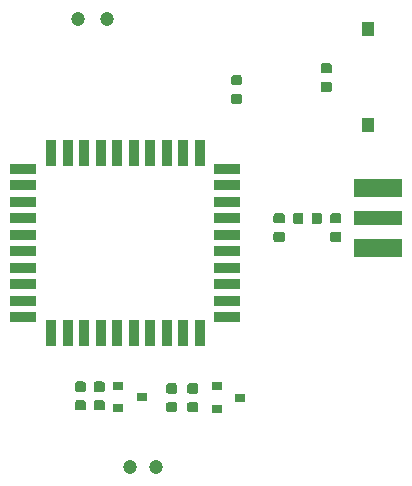
<source format=gbr>
G04 #@! TF.GenerationSoftware,KiCad,Pcbnew,5.99.0-unknown-d20d310~86~ubuntu18.04.1*
G04 #@! TF.CreationDate,2019-12-20T15:33:37-05:00*
G04 #@! TF.ProjectId,me3616_module_board,6d653336-3136-45f6-9d6f-64756c655f62,rev?*
G04 #@! TF.SameCoordinates,Original*
G04 #@! TF.FileFunction,Paste,Top*
G04 #@! TF.FilePolarity,Positive*
%FSLAX46Y46*%
G04 Gerber Fmt 4.6, Leading zero omitted, Abs format (unit mm)*
G04 Created by KiCad (PCBNEW 5.99.0-unknown-d20d310~86~ubuntu18.04.1) date 2019-12-20 15:33:37*
%MOMM*%
%LPD*%
G04 APERTURE LIST*
%ADD10R,1.000000X1.200000*%
%ADD11R,0.920000X2.300000*%
%ADD12R,2.300000X0.920000*%
%ADD13C,1.200000*%
%ADD14R,0.900000X0.800000*%
%ADD15R,4.064000X1.524000*%
%ADD16R,4.064000X1.270000*%
G04 APERTURE END LIST*
G36*
X146139962Y-87366651D02*
G01*
X146210930Y-87414070D01*
X146258349Y-87485038D01*
X146275000Y-87568750D01*
X146275000Y-88006250D01*
X146258349Y-88089962D01*
X146210930Y-88160930D01*
X146139962Y-88208349D01*
X146056250Y-88225000D01*
X145543750Y-88225000D01*
X145460038Y-88208349D01*
X145389070Y-88160930D01*
X145341651Y-88089962D01*
X145325000Y-88006250D01*
X145325000Y-87568750D01*
X145341651Y-87485038D01*
X145389070Y-87414070D01*
X145460038Y-87366651D01*
X145543750Y-87350000D01*
X146056250Y-87350000D01*
X146139962Y-87366651D01*
G37*
G36*
X146139962Y-85791651D02*
G01*
X146210930Y-85839070D01*
X146258349Y-85910038D01*
X146275000Y-85993750D01*
X146275000Y-86431250D01*
X146258349Y-86514962D01*
X146210930Y-86585930D01*
X146139962Y-86633349D01*
X146056250Y-86650000D01*
X145543750Y-86650000D01*
X145460038Y-86633349D01*
X145389070Y-86585930D01*
X145341651Y-86514962D01*
X145325000Y-86431250D01*
X145325000Y-85993750D01*
X145341651Y-85910038D01*
X145389070Y-85839070D01*
X145460038Y-85791651D01*
X145543750Y-85775000D01*
X146056250Y-85775000D01*
X146139962Y-85791651D01*
G37*
D10*
X156950000Y-81860000D03*
X156950000Y-90040000D03*
D11*
X130100000Y-92350000D03*
X131500000Y-92350000D03*
X132900000Y-92350000D03*
X134300000Y-92350000D03*
X135700000Y-92350000D03*
X137100000Y-92350000D03*
X138500000Y-92350000D03*
X139900000Y-92350000D03*
X141300000Y-92350000D03*
D12*
X145000000Y-93700000D03*
X145000000Y-95100000D03*
X145000000Y-96500000D03*
X145000000Y-97900000D03*
X145000000Y-99300000D03*
X145000000Y-100700000D03*
X145000000Y-102100000D03*
X145000000Y-103500000D03*
X145000000Y-104900000D03*
D11*
X142700000Y-107600000D03*
X141300000Y-107600000D03*
X139900000Y-107600000D03*
X138500000Y-107600000D03*
X137100000Y-107600000D03*
X135700000Y-107600000D03*
X134300000Y-107600000D03*
X132900000Y-107600000D03*
X131500000Y-107600000D03*
X142700000Y-92350000D03*
X130100000Y-107600000D03*
D12*
X145000000Y-106300000D03*
X127750000Y-106300000D03*
X127750000Y-104900000D03*
X127750000Y-103500000D03*
X127750000Y-102100000D03*
X127750000Y-100700000D03*
X127750000Y-99300000D03*
X127750000Y-97900000D03*
X127750000Y-96500000D03*
X127750000Y-95100000D03*
X127750000Y-93700000D03*
D13*
X139000000Y-119000000D03*
X134800000Y-81000000D03*
X136800000Y-119000000D03*
X132400000Y-81000000D03*
G36*
X134521212Y-111741651D02*
G01*
X134592180Y-111789070D01*
X134639599Y-111860038D01*
X134656250Y-111943750D01*
X134656250Y-112381250D01*
X134639599Y-112464962D01*
X134592180Y-112535930D01*
X134521212Y-112583349D01*
X134437500Y-112600000D01*
X133925000Y-112600000D01*
X133841288Y-112583349D01*
X133770320Y-112535930D01*
X133722901Y-112464962D01*
X133706250Y-112381250D01*
X133706250Y-111943750D01*
X133722901Y-111860038D01*
X133770320Y-111789070D01*
X133841288Y-111741651D01*
X133925000Y-111725000D01*
X134437500Y-111725000D01*
X134521212Y-111741651D01*
G37*
G36*
X134521212Y-113316651D02*
G01*
X134592180Y-113364070D01*
X134639599Y-113435038D01*
X134656250Y-113518750D01*
X134656250Y-113956250D01*
X134639599Y-114039962D01*
X134592180Y-114110930D01*
X134521212Y-114158349D01*
X134437500Y-114175000D01*
X133925000Y-114175000D01*
X133841288Y-114158349D01*
X133770320Y-114110930D01*
X133722901Y-114039962D01*
X133706250Y-113956250D01*
X133706250Y-113518750D01*
X133722901Y-113435038D01*
X133770320Y-113364070D01*
X133841288Y-113316651D01*
X133925000Y-113300000D01*
X134437500Y-113300000D01*
X134521212Y-113316651D01*
G37*
G36*
X132921212Y-113316651D02*
G01*
X132992180Y-113364070D01*
X133039599Y-113435038D01*
X133056250Y-113518750D01*
X133056250Y-113956250D01*
X133039599Y-114039962D01*
X132992180Y-114110930D01*
X132921212Y-114158349D01*
X132837500Y-114175000D01*
X132325000Y-114175000D01*
X132241288Y-114158349D01*
X132170320Y-114110930D01*
X132122901Y-114039962D01*
X132106250Y-113956250D01*
X132106250Y-113518750D01*
X132122901Y-113435038D01*
X132170320Y-113364070D01*
X132241288Y-113316651D01*
X132325000Y-113300000D01*
X132837500Y-113300000D01*
X132921212Y-113316651D01*
G37*
G36*
X132921212Y-111741651D02*
G01*
X132992180Y-111789070D01*
X133039599Y-111860038D01*
X133056250Y-111943750D01*
X133056250Y-112381250D01*
X133039599Y-112464962D01*
X132992180Y-112535930D01*
X132921212Y-112583349D01*
X132837500Y-112600000D01*
X132325000Y-112600000D01*
X132241288Y-112583349D01*
X132170320Y-112535930D01*
X132122901Y-112464962D01*
X132106250Y-112381250D01*
X132106250Y-111943750D01*
X132122901Y-111860038D01*
X132170320Y-111789070D01*
X132241288Y-111741651D01*
X132325000Y-111725000D01*
X132837500Y-111725000D01*
X132921212Y-111741651D01*
G37*
G36*
X142439962Y-111891651D02*
G01*
X142510930Y-111939070D01*
X142558349Y-112010038D01*
X142575000Y-112093750D01*
X142575000Y-112531250D01*
X142558349Y-112614962D01*
X142510930Y-112685930D01*
X142439962Y-112733349D01*
X142356250Y-112750000D01*
X141843750Y-112750000D01*
X141760038Y-112733349D01*
X141689070Y-112685930D01*
X141641651Y-112614962D01*
X141625000Y-112531250D01*
X141625000Y-112093750D01*
X141641651Y-112010038D01*
X141689070Y-111939070D01*
X141760038Y-111891651D01*
X141843750Y-111875000D01*
X142356250Y-111875000D01*
X142439962Y-111891651D01*
G37*
G36*
X142439962Y-113466651D02*
G01*
X142510930Y-113514070D01*
X142558349Y-113585038D01*
X142575000Y-113668750D01*
X142575000Y-114106250D01*
X142558349Y-114189962D01*
X142510930Y-114260930D01*
X142439962Y-114308349D01*
X142356250Y-114325000D01*
X141843750Y-114325000D01*
X141760038Y-114308349D01*
X141689070Y-114260930D01*
X141641651Y-114189962D01*
X141625000Y-114106250D01*
X141625000Y-113668750D01*
X141641651Y-113585038D01*
X141689070Y-113514070D01*
X141760038Y-113466651D01*
X141843750Y-113450000D01*
X142356250Y-113450000D01*
X142439962Y-113466651D01*
G37*
G36*
X140639962Y-113466651D02*
G01*
X140710930Y-113514070D01*
X140758349Y-113585038D01*
X140775000Y-113668750D01*
X140775000Y-114106250D01*
X140758349Y-114189962D01*
X140710930Y-114260930D01*
X140639962Y-114308349D01*
X140556250Y-114325000D01*
X140043750Y-114325000D01*
X139960038Y-114308349D01*
X139889070Y-114260930D01*
X139841651Y-114189962D01*
X139825000Y-114106250D01*
X139825000Y-113668750D01*
X139841651Y-113585038D01*
X139889070Y-113514070D01*
X139960038Y-113466651D01*
X140043750Y-113450000D01*
X140556250Y-113450000D01*
X140639962Y-113466651D01*
G37*
G36*
X140639962Y-111891651D02*
G01*
X140710930Y-111939070D01*
X140758349Y-112010038D01*
X140775000Y-112093750D01*
X140775000Y-112531250D01*
X140758349Y-112614962D01*
X140710930Y-112685930D01*
X140639962Y-112733349D01*
X140556250Y-112750000D01*
X140043750Y-112750000D01*
X139960038Y-112733349D01*
X139889070Y-112685930D01*
X139841651Y-112614962D01*
X139825000Y-112531250D01*
X139825000Y-112093750D01*
X139841651Y-112010038D01*
X139889070Y-111939070D01*
X139960038Y-111891651D01*
X140043750Y-111875000D01*
X140556250Y-111875000D01*
X140639962Y-111891651D01*
G37*
G36*
X151314962Y-97441651D02*
G01*
X151385930Y-97489070D01*
X151433349Y-97560038D01*
X151450000Y-97643750D01*
X151450000Y-98156250D01*
X151433349Y-98239962D01*
X151385930Y-98310930D01*
X151314962Y-98358349D01*
X151231250Y-98375000D01*
X150793750Y-98375000D01*
X150710038Y-98358349D01*
X150639070Y-98310930D01*
X150591651Y-98239962D01*
X150575000Y-98156250D01*
X150575000Y-97643750D01*
X150591651Y-97560038D01*
X150639070Y-97489070D01*
X150710038Y-97441651D01*
X150793750Y-97425000D01*
X151231250Y-97425000D01*
X151314962Y-97441651D01*
G37*
G36*
X152889962Y-97441651D02*
G01*
X152960930Y-97489070D01*
X153008349Y-97560038D01*
X153025000Y-97643750D01*
X153025000Y-98156250D01*
X153008349Y-98239962D01*
X152960930Y-98310930D01*
X152889962Y-98358349D01*
X152806250Y-98375000D01*
X152368750Y-98375000D01*
X152285038Y-98358349D01*
X152214070Y-98310930D01*
X152166651Y-98239962D01*
X152150000Y-98156250D01*
X152150000Y-97643750D01*
X152166651Y-97560038D01*
X152214070Y-97489070D01*
X152285038Y-97441651D01*
X152368750Y-97425000D01*
X152806250Y-97425000D01*
X152889962Y-97441651D01*
G37*
D14*
X146100000Y-113100000D03*
X144100000Y-114050000D03*
X144100000Y-112150000D03*
X137781250Y-113050000D03*
X135781250Y-114000000D03*
X135781250Y-112100000D03*
D15*
X157768000Y-100440000D03*
X157768000Y-95360000D03*
D16*
X157768000Y-97900000D03*
G36*
X153739962Y-86366651D02*
G01*
X153810930Y-86414070D01*
X153858349Y-86485038D01*
X153875000Y-86568750D01*
X153875000Y-87006250D01*
X153858349Y-87089962D01*
X153810930Y-87160930D01*
X153739962Y-87208349D01*
X153656250Y-87225000D01*
X153143750Y-87225000D01*
X153060038Y-87208349D01*
X152989070Y-87160930D01*
X152941651Y-87089962D01*
X152925000Y-87006250D01*
X152925000Y-86568750D01*
X152941651Y-86485038D01*
X152989070Y-86414070D01*
X153060038Y-86366651D01*
X153143750Y-86350000D01*
X153656250Y-86350000D01*
X153739962Y-86366651D01*
G37*
G36*
X153739962Y-84791651D02*
G01*
X153810930Y-84839070D01*
X153858349Y-84910038D01*
X153875000Y-84993750D01*
X153875000Y-85431250D01*
X153858349Y-85514962D01*
X153810930Y-85585930D01*
X153739962Y-85633349D01*
X153656250Y-85650000D01*
X153143750Y-85650000D01*
X153060038Y-85633349D01*
X152989070Y-85585930D01*
X152941651Y-85514962D01*
X152925000Y-85431250D01*
X152925000Y-84993750D01*
X152941651Y-84910038D01*
X152989070Y-84839070D01*
X153060038Y-84791651D01*
X153143750Y-84775000D01*
X153656250Y-84775000D01*
X153739962Y-84791651D01*
G37*
G36*
X154539962Y-99066651D02*
G01*
X154610930Y-99114070D01*
X154658349Y-99185038D01*
X154675000Y-99268750D01*
X154675000Y-99706250D01*
X154658349Y-99789962D01*
X154610930Y-99860930D01*
X154539962Y-99908349D01*
X154456250Y-99925000D01*
X153943750Y-99925000D01*
X153860038Y-99908349D01*
X153789070Y-99860930D01*
X153741651Y-99789962D01*
X153725000Y-99706250D01*
X153725000Y-99268750D01*
X153741651Y-99185038D01*
X153789070Y-99114070D01*
X153860038Y-99066651D01*
X153943750Y-99050000D01*
X154456250Y-99050000D01*
X154539962Y-99066651D01*
G37*
G36*
X154539962Y-97491651D02*
G01*
X154610930Y-97539070D01*
X154658349Y-97610038D01*
X154675000Y-97693750D01*
X154675000Y-98131250D01*
X154658349Y-98214962D01*
X154610930Y-98285930D01*
X154539962Y-98333349D01*
X154456250Y-98350000D01*
X153943750Y-98350000D01*
X153860038Y-98333349D01*
X153789070Y-98285930D01*
X153741651Y-98214962D01*
X153725000Y-98131250D01*
X153725000Y-97693750D01*
X153741651Y-97610038D01*
X153789070Y-97539070D01*
X153860038Y-97491651D01*
X153943750Y-97475000D01*
X154456250Y-97475000D01*
X154539962Y-97491651D01*
G37*
G36*
X149739962Y-99066651D02*
G01*
X149810930Y-99114070D01*
X149858349Y-99185038D01*
X149875000Y-99268750D01*
X149875000Y-99706250D01*
X149858349Y-99789962D01*
X149810930Y-99860930D01*
X149739962Y-99908349D01*
X149656250Y-99925000D01*
X149143750Y-99925000D01*
X149060038Y-99908349D01*
X148989070Y-99860930D01*
X148941651Y-99789962D01*
X148925000Y-99706250D01*
X148925000Y-99268750D01*
X148941651Y-99185038D01*
X148989070Y-99114070D01*
X149060038Y-99066651D01*
X149143750Y-99050000D01*
X149656250Y-99050000D01*
X149739962Y-99066651D01*
G37*
G36*
X149739962Y-97491651D02*
G01*
X149810930Y-97539070D01*
X149858349Y-97610038D01*
X149875000Y-97693750D01*
X149875000Y-98131250D01*
X149858349Y-98214962D01*
X149810930Y-98285930D01*
X149739962Y-98333349D01*
X149656250Y-98350000D01*
X149143750Y-98350000D01*
X149060038Y-98333349D01*
X148989070Y-98285930D01*
X148941651Y-98214962D01*
X148925000Y-98131250D01*
X148925000Y-97693750D01*
X148941651Y-97610038D01*
X148989070Y-97539070D01*
X149060038Y-97491651D01*
X149143750Y-97475000D01*
X149656250Y-97475000D01*
X149739962Y-97491651D01*
G37*
M02*

</source>
